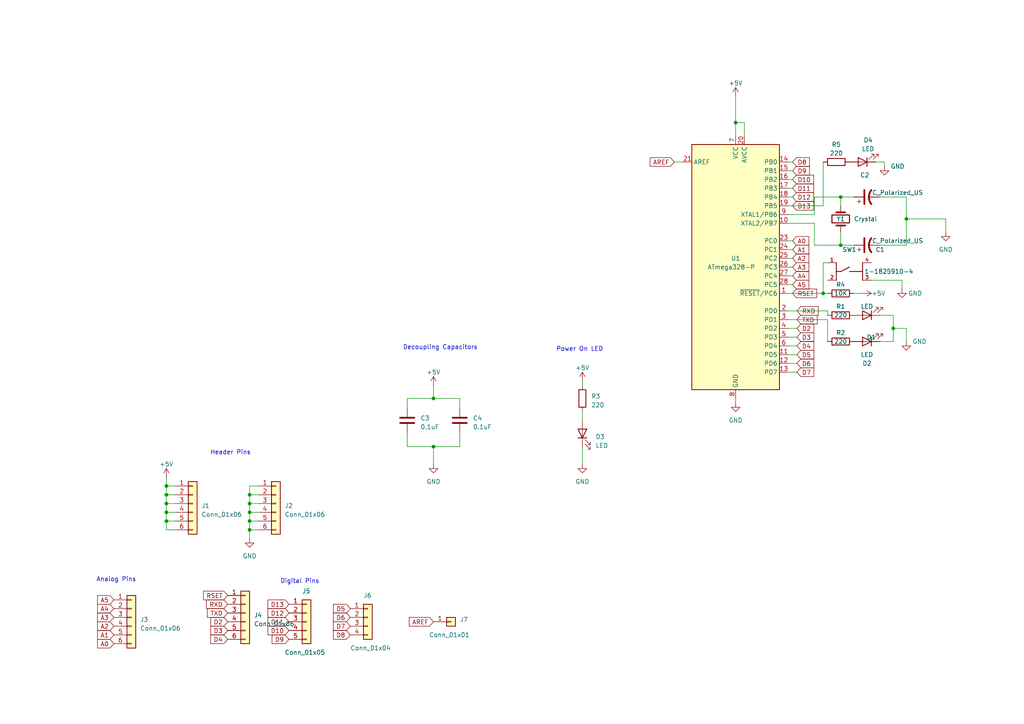
<source format=kicad_sch>
(kicad_sch (version 20230121) (generator eeschema)
  (paper "A4")
  (title_block (title "Atmega-328p-dev-board") (date "2023-04-27") (rev "V01") (comment 4 "Author - Sanket Shrishail Telunagi"))
  (lib_symbols
    (symbol "1-1825910-4:1-1825910-4" (pin_names (offset 1.016) hide)
      (property "Reference" "SW" (at -2.54 5.08 0))
      (property "Value" "1-1825910-4" (at -2.54 -5.08 0))
      (symbol "1-1825910-4_0_0"
        (polyline (pts (xy -2.54 0) (xy -2.54 -2.54)) (stroke (width 0.254)))
        (polyline (pts (xy -2.54 0) (xy -1.27 0)) (stroke (width 0.254)))
        (polyline (pts (xy -2.54 2.54) (xy -2.54 0)) (stroke (width 0.254)))
        (polyline (pts (xy -1.27 0) (xy 1.27 1.27)) (stroke (width 0.254)))
        (polyline (pts (xy 1.27 0) (xy 5.08 0)) (stroke (width 0.254)))
        (polyline (pts (xy 5.08 0) (xy 5.08 -2.54)) (stroke (width 0.254)))
        (polyline (pts (xy 5.08 2.54) (xy 5.08 0)) (stroke (width 0.254)))
        (pin passive line (at -5.08 2.54 0) (length 2.54) (name "~") (number "1"))
        (pin passive line (at -5.08 -2.54 0) (length 2.54) (name "~") (number "2"))
        (pin passive line (at 7.62 -2.54 180) (length 2.54) (name "~") (number "3"))
        (pin passive line (at 7.62 2.54 180) (length 2.54) (name "~") (number "4"))
      )
    )
    (symbol "Connector_Generic:Conn_01x01" (pin_names (offset 1.016) hide)
      (property "Reference" "J" (at 0 2.54 0))
      (property "Value" "Conn_01x01" (at 0 -2.54 0))
      (symbol "Conn_01x01_1_1"
        (rectangle (start -1.27 0.127) (end 0 -0.127) (stroke (width 0.1524)))
        (rectangle (start -1.27 1.27) (end 1.27 -1.27) (stroke (width 0.254)) (fill (type background)))
        (pin passive line (at -5.08 0 0) (length 3.81) (name "Pin_1") (number "1"))
      )
    )
    (symbol "Connector_Generic:Conn_01x04" (pin_names (offset 1.016) hide)
      (property "Reference" "J" (at 0 5.08 0))
      (property "Value" "Conn_01x04" (at 0 -7.62 0))
      (symbol "Conn_01x04_1_1"
        (rectangle (start -1.27 -4.953) (end 0 -5.207) (stroke (width 0.1524)))
        (rectangle (start -1.27 -2.413) (end 0 -2.667) (stroke (width 0.1524)))
        (rectangle (start -1.27 0.127) (end 0 -0.127) (stroke (width 0.1524)))
        (rectangle (start -1.27 2.667) (end 0 2.413) (stroke (width 0.1524)))
        (rectangle (start -1.27 3.81) (end 1.27 -6.35) (stroke (width 0.254)) (fill (type background)))
        (pin passive line (at -5.08 2.54 0) (length 3.81) (name "Pin_1") (number "1"))
        (pin passive line (at -5.08 0 0) (length 3.81) (name "Pin_2") (number "2"))
        (pin passive line (at -5.08 -2.54 0) (length 3.81) (name "Pin_3") (number "3"))
        (pin passive line (at -5.08 -5.08 0) (length 3.81) (name "Pin_4") (number "4"))
      )
    )
    (symbol "Connector_Generic:Conn_01x05" (pin_names (offset 1.016) hide)
      (property "Reference" "J" (at 0 7.62 0))
      (property "Value" "Conn_01x05" (at 0 -7.62 0))
      (symbol "Conn_01x05_1_1"
        (rectangle (start -1.27 -4.953) (end 0 -5.207) (stroke (width 0.1524)))
        (rectangle (start -1.27 -2.413) (end 0 -2.667) (stroke (width 0.1524)))
        (rectangle (start -1.27 0.127) (end 0 -0.127) (stroke (width 0.1524)))
        (rectangle (start -1.27 2.667) (end 0 2.413) (stroke (width 0.1524)))
        (rectangle (start -1.27 5.207) (end 0 4.953) (stroke (width 0.1524)))
        (rectangle (start -1.27 6.35) (end 1.27 -6.35) (stroke (width 0.254)) (fill (type background)))
        (pin passive line (at -5.08 5.08 0) (length 3.81) (name "Pin_1") (number "1"))
        (pin passive line (at -5.08 2.54 0) (length 3.81) (name "Pin_2") (number "2"))
        (pin passive line (at -5.08 0 0) (length 3.81) (name "Pin_3") (number "3"))
        (pin passive line (at -5.08 -2.54 0) (length 3.81) (name "Pin_4") (number "4"))
        (pin passive line (at -5.08 -5.08 0) (length 3.81) (name "Pin_5") (number "5"))
      )
    )
    (symbol "Connector_Generic:Conn_01x06" (pin_names (offset 1.016) hide)
      (property "Reference" "J" (at 0 7.62 0))
      (property "Value" "Conn_01x06" (at 0 -10.16 0))
      (symbol "Conn_01x06_1_1"
        (rectangle (start -1.27 -7.493) (end 0 -7.747) (stroke (width 0.1524)))
        (rectangle (start -1.27 -4.953) (end 0 -5.207) (stroke (width 0.1524)))
        (rectangle (start -1.27 -2.413) (end 0 -2.667) (stroke (width 0.1524)))
        (rectangle (start -1.27 0.127) (end 0 -0.127) (stroke (width 0.1524)))
        (rectangle (start -1.27 2.667) (end 0 2.413) (stroke (width 0.1524)))
        (rectangle (start -1.27 5.207) (end 0 4.953) (stroke (width 0.1524)))
        (rectangle (start -1.27 6.35) (end 1.27 -8.89) (stroke (width 0.254)) (fill (type background)))
        (pin passive line (at -5.08 5.08 0) (length 3.81) (name "Pin_1") (number "1"))
        (pin passive line (at -5.08 2.54 0) (length 3.81) (name "Pin_2") (number "2"))
        (pin passive line (at -5.08 0 0) (length 3.81) (name "Pin_3") (number "3"))
        (pin passive line (at -5.08 -2.54 0) (length 3.81) (name "Pin_4") (number "4"))
        (pin passive line (at -5.08 -5.08 0) (length 3.81) (name "Pin_5") (number "5"))
        (pin passive line (at -5.08 -7.62 0) (length 3.81) (name "Pin_6") (number "6"))
      )
    )
    (symbol "Device:C" (pin_numbers hide) (pin_names (offset 0.254))
      (property "Reference" "C" (at 0.635 2.54 0))
      (property "Value" "C" (at 0.635 -2.54 0))
      (symbol "C_0_1"
        (polyline (pts (xy -2.032 -0.762) (xy 2.032 -0.762)) (stroke (width 0.508)))
        (polyline (pts (xy -2.032 0.762) (xy 2.032 0.762)) (stroke (width 0.508)))
      )
      (symbol "C_1_1"
        (pin passive line (at 0 3.81 270) (length 2.794) (name "~") (number "1"))
        (pin passive line (at 0 -3.81 90) (length 2.794) (name "~") (number "2"))
      )
    )
    (symbol "Device:C_Polarized_US" (pin_numbers hide) (pin_names (offset 0.254) hide)
      (property "Reference" "C" (at 0.635 2.54 0))
      (property "Value" "C_Polarized_US" (at 0.635 -2.54 0))
      (symbol "C_Polarized_US_0_1"
        (polyline (pts (xy -2.032 0.762) (xy 2.032 0.762)) (stroke (width 0.508)))
        (polyline (pts (xy -1.778 2.286) (xy -0.762 2.286)))
        (polyline (pts (xy -1.27 1.778) (xy -1.27 2.794)))
        (arc (start 2.032 -1.27) (mid 0 -0.5572) (end -2.032 -1.27) (stroke (width 0.508)))
      )
      (symbol "C_Polarized_US_1_1"
        (pin passive line (at 0 3.81 270) (length 2.794) (name "~") (number "1"))
        (pin passive line (at 0 -3.81 90) (length 3.302) (name "~") (number "2"))
      )
    )
    (symbol "Device:Crystal" (pin_numbers hide) (pin_names (offset 1.016) hide)
      (property "Reference" "Y" (at 0 3.81 0))
      (property "Value" "Crystal" (at 0 -3.81 0))
      (symbol "Crystal_0_1"
        (rectangle (start -1.143 2.54) (end 1.143 -2.54) (stroke (width 0.3048)))
        (polyline (pts (xy -2.54 0) (xy -1.905 0)))
        (polyline (pts (xy -1.905 -1.27) (xy -1.905 1.27)) (stroke (width 0.508)))
        (polyline (pts (xy 1.905 -1.27) (xy 1.905 1.27)) (stroke (width 0.508)))
        (polyline (pts (xy 2.54 0) (xy 1.905 0)))
      )
      (symbol "Crystal_1_1"
        (pin passive line (at -3.81 0 0) (length 1.27) (name "1") (number "1"))
        (pin passive line (at 3.81 0 180) (length 1.27) (name "2") (number "2"))
      )
    )
    (symbol "Device:LED" (pin_numbers hide) (pin_names (offset 1.016) hide)
      (property "Reference" "D" (at 0 2.54 0))
      (property "Value" "LED" (at 0 -2.54 0))
      (symbol "LED_0_1"
        (polyline (pts (xy -1.27 -1.27) (xy -1.27 1.27)) (stroke (width 0.254)))
        (polyline (pts (xy -1.27 0) (xy 1.27 0)))
        (polyline (pts (xy 1.27 -1.27) (xy 1.27 1.27) (xy -1.27 0) (xy 1.27 -1.27)) (stroke (width 0.254)))
        (polyline (pts (xy -3.048 -0.762) (xy -4.572 -2.286) (xy -3.81 -2.286) (xy -4.572 -2.286) (xy -4.572 -1.524)))
        (polyline (pts (xy -1.778 -0.762) (xy -3.302 -2.286) (xy -2.54 -2.286) (xy -3.302 -2.286) (xy -3.302 -1.524)))
      )
      (symbol "LED_1_1"
        (pin passive line (at -3.81 0 0) (length 2.54) (name "K") (number "1"))
        (pin passive line (at 3.81 0 180) (length 2.54) (name "A") (number "2"))
      )
    )
    (symbol "Device:R" (pin_numbers hide) (pin_names (offset 0))
      (property "Reference" "R" (at 2.032 0 90))
      (property "Value" "R" (at 0 0 90))
      (symbol "R_0_1"
        (rectangle (start -1.016 -2.54) (end 1.016 2.54) (stroke (width 0.254)))
      )
      (symbol "R_1_1"
        (pin passive line (at 0 3.81 270) (length 1.27) (name "~") (number "1"))
        (pin passive line (at 0 -3.81 90) (length 1.27) (name "~") (number "2"))
      )
    )
    (symbol "MCU_Microchip_ATmega:ATmega328-P"
      (property "Reference" "U" (at -12.7 36.83 0))
      (property "Value" "ATmega328-P" (at 2.54 -36.83 0))
      (symbol "ATmega328-P_0_1"
        (rectangle (start -12.7 -35.56) (end 12.7 35.56) (stroke (width 0.254)) (fill (type background)))
      )
      (symbol "ATmega328-P_1_1"
        (pin bidirectional line (at 15.24 -7.62 180) (length 2.54) (name "~{RESET}/PC6") (number "1"))
        (pin bidirectional line (at 15.24 12.7 180) (length 2.54) (name "XTAL2/PB7") (number "10"))
        (pin bidirectional line (at 15.24 -25.4 180) (length 2.54) (name "PD5") (number "11"))
        (pin bidirectional line (at 15.24 -27.94 180) (length 2.54) (name "PD6") (number "12"))
        (pin bidirectional line (at 15.24 -30.48 180) (length 2.54) (name "PD7") (number "13"))
        (pin bidirectional line (at 15.24 30.48 180) (length 2.54) (name "PB0") (number "14"))
        (pin bidirectional line (at 15.24 27.94 180) (length 2.54) (name "PB1") (number "15"))
        (pin bidirectional line (at 15.24 25.4 180) (length 2.54) (name "PB2") (number "16"))
        (pin bidirectional line (at 15.24 22.86 180) (length 2.54) (name "PB3") (number "17"))
        (pin bidirectional line (at 15.24 20.32 180) (length 2.54) (name "PB4") (number "18"))
        (pin bidirectional line (at 15.24 17.78 180) (length 2.54) (name "PB5") (number "19"))
        (pin bidirectional line (at 15.24 -12.7 180) (length 2.54) (name "PD0") (number "2"))
        (pin power_in line (at 2.54 38.1 270) (length 2.54) (name "AVCC") (number "20"))
        (pin passive line (at -15.24 30.48 0) (length 2.54) (name "AREF") (number "21"))
        (pin passive line (at 0 -38.1 90) (length 2.54) hide (name "GND") (number "22"))
        (pin bidirectional line (at 15.24 7.62 180) (length 2.54) (name "PC0") (number "23"))
        (pin bidirectional line (at 15.24 5.08 180) (length 2.54) (name "PC1") (number "24"))
        (pin bidirectional line (at 15.24 2.54 180) (length 2.54) (name "PC2") (number "25"))
        (pin bidirectional line (at 15.24 0 180) (length 2.54) (name "PC3") (number "26"))
        (pin bidirectional line (at 15.24 -2.54 180) (length 2.54) (name "PC4") (number "27"))
        (pin bidirectional line (at 15.24 -5.08 180) (length 2.54) (name "PC5") (number "28"))
        (pin bidirectional line (at 15.24 -15.24 180) (length 2.54) (name "PD1") (number "3"))
        (pin bidirectional line (at 15.24 -17.78 180) (length 2.54) (name "PD2") (number "4"))
        (pin bidirectional line (at 15.24 -20.32 180) (length 2.54) (name "PD3") (number "5"))
        (pin bidirectional line (at 15.24 -22.86 180) (length 2.54) (name "PD4") (number "6"))
        (pin power_in line (at 0 38.1 270) (length 2.54) (name "VCC") (number "7"))
        (pin power_in line (at 0 -38.1 90) (length 2.54) (name "GND") (number "8"))
        (pin bidirectional line (at 15.24 15.24 180) (length 2.54) (name "XTAL1/PB6") (number "9"))
      )
    )
    (symbol "power:+5V" (power) (pin_names (offset 0))
      (property "Value" "+5V" (at 0 3.556 0))
      (symbol "+5V_0_1"
        (polyline (pts (xy -0.762 1.27) (xy 0 2.54)))
        (polyline (pts (xy 0 0) (xy 0 2.54)))
        (polyline (pts (xy 0 2.54) (xy 0.762 1.27)))
      )
      (symbol "+5V_1_1"
        (pin power_in line (at 0 0 90) (length 0) hide (name "+5V") (number "1"))
      )
    )
    (symbol "power:GND" (power) (pin_names (offset 0))
      (property "Value" "GND" (at 0 -3.81 0))
      (symbol "GND_0_1"
        (polyline (pts (xy 0 0) (xy 0 -1.27) (xy 1.27 -1.27) (xy 0 -2.54) (xy -1.27 -1.27) (xy 0 -1.27)))
      )
      (symbol "GND_1_1"
        (pin power_in line (at 0 0 270) (length 0) hide (name "GND") (number "1"))
      )
    )
  )
  (junction (at 259.08 95.25))
  (junction (at 72.39 148.59))
  (junction (at 243.84 71.12))
  (junction (at 48.26 146.05))
  (junction (at 262.89 63.5))
  (junction (at 213.36 35.56))
  (junction (at 48.26 148.59))
  (junction (at 125.73 129.54))
  (junction (at 125.73 115.57))
  (junction (at 72.39 153.67))
  (junction (at 72.39 146.05))
  (junction (at 243.84 57.15))
  (junction (at 72.39 143.51))
  (junction (at 48.26 143.51))
  (junction (at 72.39 151.13))
  (junction (at 238.76 85.09))
  (junction (at 48.26 140.97))
  (junction (at 48.26 151.13))
  (wire (pts (xy 50.8 148.59) (xy 48.26 148.59)))
  (wire (pts (xy 259.08 99.06) (xy 259.08 95.25)))
  (wire (pts (xy 50.8 140.97) (xy 48.26 140.97)))
  (wire (pts (xy 48.26 138.43) (xy 48.26 140.97)))
  (wire (pts (xy 252.73 81.28) (xy 261.62 81.28)))
  (wire (pts (xy 250.19 85.09) (xy 247.65 85.09)))
  (wire (pts (xy 243.84 59.69) (xy 243.84 57.15)))
  (wire (pts (xy 168.91 110.49) (xy 168.91 111.76)))
  (wire (pts (xy 50.8 153.67) (xy 48.26 153.67)))
  (wire (pts (xy 238.76 76.2) (xy 238.76 85.09)))
  (wire (pts (xy 256.54 48.26) (xy 256.54 46.99)))
  (wire (pts (xy 238.76 85.09) (xy 240.03 85.09)))
  (wire (pts (xy 256.54 46.99) (xy 254 46.99)))
  (wire (pts (xy 255.27 57.15) (xy 262.89 57.15)))
  (wire (pts (xy 48.26 148.59) (xy 48.26 146.05)))
  (wire (pts (xy 228.6 59.69) (xy 238.76 59.69)))
  (wire (pts (xy 215.9 39.37) (xy 215.9 35.56)))
  (wire (pts (xy 48.26 151.13) (xy 48.26 148.59)))
  (wire (pts (xy 74.93 151.13) (xy 72.39 151.13)))
  (wire (pts (xy 259.08 95.25) (xy 262.89 95.25)))
  (wire (pts (xy 125.73 111.76) (xy 125.73 115.57)))
  (wire (pts (xy 118.11 115.57) (xy 118.11 118.11)))
  (wire (pts (xy 236.22 62.23) (xy 228.6 62.23)))
  (wire (pts (xy 72.39 146.05) (xy 72.39 143.51)))
  (wire (pts (xy 228.6 92.71) (xy 240.03 92.71)))
  (wire (pts (xy 228.6 90.17) (xy 240.03 90.17)))
  (wire (pts (xy 125.73 115.57) (xy 118.11 115.57)))
  (wire (pts (xy 213.36 115.57) (xy 213.36 116.84)))
  (wire (pts (xy 236.22 57.15) (xy 236.22 62.23)))
  (wire (pts (xy 48.26 140.97) (xy 48.26 143.51)))
  (wire (pts (xy 228.6 74.93) (xy 229.87 74.93)))
  (wire (pts (xy 133.35 118.11) (xy 133.35 115.57)))
  (wire (pts (xy 72.39 143.51) (xy 74.93 143.51)))
  (wire (pts (xy 228.6 82.55) (xy 229.87 82.55)))
  (wire (pts (xy 243.84 71.12) (xy 247.65 71.12)))
  (wire (pts (xy 215.9 35.56) (xy 213.36 35.56)))
  (wire (pts (xy 261.62 83.82) (xy 261.62 81.28)))
  (wire (pts (xy 243.84 71.12) (xy 236.22 71.12)))
  (wire (pts (xy 236.22 64.77) (xy 228.6 64.77)))
  (wire (pts (xy 240.03 99.06) (xy 240.03 92.71)))
  (wire (pts (xy 228.6 69.85) (xy 229.87 69.85)))
  (wire (pts (xy 259.08 95.25) (xy 259.08 91.44)))
  (wire (pts (xy 48.26 146.05) (xy 48.26 143.51)))
  (wire (pts (xy 50.8 146.05) (xy 48.26 146.05)))
  (wire (pts (xy 274.32 67.31) (xy 274.32 63.5)))
  (wire (pts (xy 243.84 57.15) (xy 247.65 57.15)))
  (wire (pts (xy 118.11 125.73) (xy 118.11 129.54)))
  (wire (pts (xy 240.03 90.17) (xy 240.03 91.44)))
  (wire (pts (xy 72.39 151.13) (xy 72.39 148.59)))
  (wire (pts (xy 228.6 72.39) (xy 229.87 72.39)))
  (wire (pts (xy 255.27 99.06) (xy 259.08 99.06)))
  (wire (pts (xy 133.35 115.57) (xy 125.73 115.57)))
  (wire (pts (xy 228.6 77.47) (xy 229.87 77.47)))
  (wire (pts (xy 74.93 140.97) (xy 72.39 140.97)))
  (wire (pts (xy 48.26 143.51) (xy 50.8 143.51)))
  (wire (pts (xy 125.73 134.62) (xy 125.73 129.54)))
  (wire (pts (xy 72.39 140.97) (xy 72.39 143.51)))
  (wire (pts (xy 228.6 52.07) (xy 229.87 52.07)))
  (wire (pts (xy 228.6 100.33) (xy 231.14 100.33)))
  (wire (pts (xy 228.6 49.53) (xy 229.87 49.53)))
  (wire (pts (xy 228.6 80.01) (xy 229.87 80.01)))
  (wire (pts (xy 228.6 95.25) (xy 231.14 95.25)))
  (wire (pts (xy 118.11 129.54) (xy 125.73 129.54)))
  (wire (pts (xy 228.6 107.95) (xy 231.14 107.95)))
  (wire (pts (xy 243.84 57.15) (xy 236.22 57.15)))
  (wire (pts (xy 240.03 76.2) (xy 238.76 76.2)))
  (wire (pts (xy 274.32 63.5) (xy 262.89 63.5)))
  (wire (pts (xy 72.39 153.67) (xy 72.39 151.13)))
  (wire (pts (xy 74.93 146.05) (xy 72.39 146.05)))
  (wire (pts (xy 255.27 71.12) (xy 262.89 71.12)))
  (wire (pts (xy 125.73 129.54) (xy 133.35 129.54)))
  (wire (pts (xy 72.39 156.21) (xy 72.39 153.67)))
  (wire (pts (xy 228.6 46.99) (xy 229.87 46.99)))
  (wire (pts (xy 228.6 102.87) (xy 231.14 102.87)))
  (wire (pts (xy 195.58 46.99) (xy 198.12 46.99)))
  (wire (pts (xy 262.89 95.25) (xy 262.89 99.06)))
  (wire (pts (xy 50.8 151.13) (xy 48.26 151.13)))
  (wire (pts (xy 238.76 46.99) (xy 238.76 59.69)))
  (wire (pts (xy 228.6 97.79) (xy 231.14 97.79)))
  (wire (pts (xy 168.91 129.54) (xy 168.91 134.62)))
  (wire (pts (xy 262.89 57.15) (xy 262.89 63.5)))
  (wire (pts (xy 236.22 71.12) (xy 236.22 64.77)))
  (wire (pts (xy 74.93 148.59) (xy 72.39 148.59)))
  (wire (pts (xy 213.36 35.56) (xy 213.36 39.37)))
  (wire (pts (xy 133.35 129.54) (xy 133.35 125.73)))
  (wire (pts (xy 213.36 27.94) (xy 213.36 35.56)))
  (wire (pts (xy 72.39 148.59) (xy 72.39 146.05)))
  (wire (pts (xy 255.27 91.44) (xy 259.08 91.44)))
  (wire (pts (xy 168.91 119.38) (xy 168.91 121.92)))
  (wire (pts (xy 228.6 54.61) (xy 229.87 54.61)))
  (wire (pts (xy 262.89 63.5) (xy 262.89 71.12)))
  (wire (pts (xy 74.93 153.67) (xy 72.39 153.67)))
  (wire (pts (xy 48.26 153.67) (xy 48.26 151.13)))
  (wire (pts (xy 228.6 57.15) (xy 229.87 57.15)))
  (wire (pts (xy 228.6 105.41) (xy 231.14 105.41)))
  (wire (pts (xy 243.84 67.31) (xy 243.84 71.12)))
  (wire (pts (xy 228.6 85.09) (xy 238.76 85.09)))
  (text "Analog Pins " (at 27.94 168.91 0) (effects (font (size 1.27 1.27)) (justify left bottom)))
  (text "Decoupling Capacitors \n" (at 116.84 101.6 0) (effects (font (size 1.27 1.27)) (justify left bottom)))
  (text "Power On LED\n\n" (at 161.29 104.14 0) (effects (font (size 1.27 1.27)) (justify left bottom)))
  (text "Header Pins" (at 60.96 132.08 0) (effects (font (size 1.27 1.27)) (justify left bottom)))
  (text "Digital Pins\n	\n" (at 81.28 171.45 0) (effects (font (size 1.27 1.27)) (justify left bottom)))
  (global_label "AREF" (shape input) (at 195.58 46.99 180) (property "Intersheetrefs" "${INTERSHEET_REFS}" (effects hide)))
  (global_label "A3" (shape input) (at 229.87 77.47 0) (property "Intersheetrefs" "${INTERSHEET_REFS}" (effects hide)))
  (global_label "D11" (shape input) (at 83.82 180.34 180) (property "Intersheetrefs" "${INTERSHEET_REFS}" (effects hide)))
  (global_label "A1" (shape input) (at 229.87 72.39 0) (property "Intersheetrefs" "${INTERSHEET_REFS}" (effects hide)))
  (global_label "D6" (shape input) (at 101.6 179.07 180) (property "Intersheetrefs" "${INTERSHEET_REFS}" (effects hide)))
  (global_label "RXD" (shape input) (at 66.04 175.26 180) (property "Intersheetrefs" "${INTERSHEET_REFS}" (effects hide)))
  (global_label "D5" (shape input) (at 101.6 176.53 180) (property "Intersheetrefs" "${INTERSHEET_REFS}" (effects hide)))
  (global_label "D4" (shape input) (at 66.04 185.42 180) (property "Intersheetrefs" "${INTERSHEET_REFS}" (effects hide)))
  (global_label "RSET" (shape input) (at 66.04 172.72 180) (property "Intersheetrefs" "${INTERSHEET_REFS}" (effects hide)))
  (global_label "A2" (shape input) (at 33.02 181.61 180) (property "Intersheetrefs" "${INTERSHEET_REFS}" (effects hide)))
  (global_label "A2" (shape input) (at 229.87 74.93 0) (property "Intersheetrefs" "${INTERSHEET_REFS}" (effects hide)))
  (global_label "D10" (shape input) (at 229.87 52.07 0) (property "Intersheetrefs" "${INTERSHEET_REFS}" (effects hide)))
  (global_label "D13" (shape input) (at 83.82 175.26 180) (property "Intersheetrefs" "${INTERSHEET_REFS}" (effects hide)))
  (global_label "D8" (shape input) (at 101.6 184.15 180) (property "Intersheetrefs" "${INTERSHEET_REFS}" (effects hide)))
  (global_label "RXD" (shape input) (at 231.14 90.17 0) (property "Intersheetrefs" "${INTERSHEET_REFS}" (effects hide)))
  (global_label "D12" (shape input) (at 83.82 177.8 180) (property "Intersheetrefs" "${INTERSHEET_REFS}" (effects hide)))
  (global_label "D9" (shape input) (at 83.82 185.42 180) (property "Intersheetrefs" "${INTERSHEET_REFS}" (effects hide)))
  (global_label "D2" (shape input) (at 66.04 180.34 180) (property "Intersheetrefs" "${INTERSHEET_REFS}" (effects hide)))
  (global_label "D9" (shape input) (at 229.87 49.53 0) (property "Intersheetrefs" "${INTERSHEET_REFS}" (effects hide)))
  (global_label "A1" (shape input) (at 33.02 184.15 180) (property "Intersheetrefs" "${INTERSHEET_REFS}" (effects hide)))
  (global_label "RSET" (shape input) (at 229.87 85.09 0) (property "Intersheetrefs" "${INTERSHEET_REFS}" (effects hide)))
  (global_label "D11" (shape input) (at 229.87 54.61 0) (property "Intersheetrefs" "${INTERSHEET_REFS}" (effects hide)))
  (global_label "D6" (shape input) (at 231.14 105.41 0) (property "Intersheetrefs" "${INTERSHEET_REFS}" (effects hide)))
  (global_label "AREF" (shape input) (at 125.73 180.34 180) (property "Intersheetrefs" "${INTERSHEET_REFS}" (effects hide)))
  (global_label "A5" (shape input) (at 229.87 82.55 0) (property "Intersheetrefs" "${INTERSHEET_REFS}" (effects hide)))
  (global_label "D8" (shape input) (at 229.87 46.99 0) (property "Intersheetrefs" "${INTERSHEET_REFS}" (effects hide)))
  (global_label "D2" (shape input) (at 231.14 95.25 0) (property "Intersheetrefs" "${INTERSHEET_REFS}" (effects hide)))
  (global_label "TXD" (shape input) (at 231.14 92.71 0) (property "Intersheetrefs" "${INTERSHEET_REFS}" (effects hide)))
  (global_label "D7" (shape input) (at 101.6 181.61 180) (property "Intersheetrefs" "${INTERSHEET_REFS}" (effects hide)))
  (global_label "D13" (shape input) (at 229.87 59.69 0) (property "Intersheetrefs" "${INTERSHEET_REFS}" (effects hide)))
  (global_label "D3" (shape input) (at 66.04 182.88 180) (property "Intersheetrefs" "${INTERSHEET_REFS}" (effects hide)))
  (global_label "D12" (shape input) (at 229.87 57.15 0) (property "Intersheetrefs" "${INTERSHEET_REFS}" (effects hide)))
  (global_label "TXD" (shape input) (at 66.04 177.8 180) (property "Intersheetrefs" "${INTERSHEET_REFS}" (effects hide)))
  (global_label "A4" (shape input) (at 229.87 80.01 0) (property "Intersheetrefs" "${INTERSHEET_REFS}" (effects hide)))
  (global_label "A5" (shape input) (at 33.02 173.99 180) (property "Intersheetrefs" "${INTERSHEET_REFS}" (effects hide)))
  (global_label "D7" (shape input) (at 231.14 107.95 0) (property "Intersheetrefs" "${INTERSHEET_REFS}" (effects hide)))
  (global_label "A3" (shape input) (at 33.02 179.07 180) (property "Intersheetrefs" "${INTERSHEET_REFS}" (effects hide)))
  (global_label "D5" (shape input) (at 231.14 102.87 0) (property "Intersheetrefs" "${INTERSHEET_REFS}" (effects hide)))
  (global_label "D10" (shape input) (at 83.82 182.88 180) (property "Intersheetrefs" "${INTERSHEET_REFS}" (effects hide)))
  (global_label "A0" (shape input) (at 229.87 69.85 0) (property "Intersheetrefs" "${INTERSHEET_REFS}" (effects hide)))
  (global_label "A4" (shape input) (at 33.02 176.53 180) (property "Intersheetrefs" "${INTERSHEET_REFS}" (effects hide)))
  (global_label "D3" (shape input) (at 231.14 97.79 0) (property "Intersheetrefs" "${INTERSHEET_REFS}" (effects hide)))
  (global_label "A0" (shape input) (at 33.02 186.69 180) (property "Intersheetrefs" "${INTERSHEET_REFS}" (effects hide)))
  (global_label "D4" (shape input) (at 231.14 100.33 0) (property "Intersheetrefs" "${INTERSHEET_REFS}" (effects hide)))
  (symbol (lib_id "Connector_Generic:Conn_01x06") (at 71.12 177.8 0) (unit 1)
    (property "Reference" "J4" (at 73.66 178.435 0) (effects (justify left)))
    (property "Value" "Conn_01x06" (at 73.66 180.975 0) (effects (justify left)))
    (property "Footprint" "Connector_PinHeader_2.54mm:PinHeader_1x06_P2.54mm_Vertical" (effects hide))
  )
  (symbol (lib_id "power:+5V") (at 250.19 85.09 270) (unit 1)
    (property "Reference" "#PWR09" (effects hide))
    (property "Value" "+5V" (at 252.73 85.09 90) (effects (justify left)))
  )
  (symbol (lib_id "Connector_Generic:Conn_01x04") (at 106.68 179.07 0) (unit 1)
    (property "Reference" "J6" (at 105.41 172.72 0) (effects (justify left)))
    (property "Value" "Conn_01x04" (at 101.6 187.96 0) (effects (justify left)))
    (property "Footprint" "Resistor_THT:R_Axial_DIN0614_L14.3mm_D5.7mm_P15.24mm_Horizontal" (effects hide))
  )
  (symbol (lib_id "Device:R") (at 243.84 91.44 270) (unit 1)
    (property "Reference" "R1" (at 243.84 88.9 90))
    (property "Value" "220" (at 243.84 91.44 90))
    (property "Footprint" "Resistor_THT:R_Axial_DIN0207_L6.3mm_D2.5mm_P7.62mm_Horizontal" (effects hide))
  )
  (symbol (lib_id "power:GND") (at 256.54 48.26 0) (unit 1)
    (property "Reference" "#PWR013" (effects hide))
    (property "Value" "GND" (at 260.35 48.26 0))
  )
  (symbol (lib_id "power:GND") (at 213.36 116.84 0) (unit 1)
    (property "Reference" "#PWR03" (effects hide))
    (property "Value" "GND" (at 213.36 121.92 0))
  )
  (symbol (lib_id "Device:R") (at 242.57 46.99 270) (unit 1)
    (property "Reference" "R5" (at 242.57 41.91 90))
    (property "Value" "220" (at 242.57 44.45 90))
    (property "Footprint" "Resistor_THT:R_Axial_DIN0207_L6.3mm_D2.5mm_P7.62mm_Horizontal" (effects hide))
  )
  (symbol (lib_id "power:GND") (at 72.39 156.21 0) (unit 1)
    (property "Reference" "#PWR012" (effects hide))
    (property "Value" "GND" (at 72.39 161.29 0))
  )
  (symbol (lib_id "power:+5V") (at 125.73 111.76 0) (unit 1)
    (property "Reference" "#PWR07" (effects hide))
    (property "Value" "+5V" (at 125.73 107.95 0))
  )
  (symbol (lib_id "Device:C") (at 118.11 121.92 0) (unit 1)
    (property "Reference" "C3" (at 121.92 121.285 0) (effects (justify left)))
    (property "Value" "0.1uF" (at 121.92 123.825 0) (effects (justify left)))
    (property "Footprint" "Capacitor_THT:C_Radial_D10.0mm_H12.5mm_P5.00mm" (effects hide))
  )
  (symbol (lib_id "Device:C") (at 133.35 121.92 0) (unit 1)
    (property "Reference" "C4" (at 137.16 121.285 0) (effects (justify left)))
    (property "Value" "0.1uF" (at 137.16 123.825 0) (effects (justify left)))
    (property "Footprint" "Capacitor_THT:C_Radial_D10.0mm_H12.5mm_P5.00mm" (effects hide))
  )
  (symbol (lib_id "1-1825910-4:1-1825910-4") (at 245.11 78.74 0) (unit 1)
    (property "Reference" "SW1" (at 246.38 72.39 0))
    (property "Value" "1-1825910-4" (at 257.81 78.74 0))
    (property "Footprint" "Libraries:TE_1-1825910-4" (effects hide))
    (property "STANDARD" "MANUFACTURER RECOMMENDATION" (effects hide))
    (property "PARTREV" "C10" (effects hide))
    (property "MANUFACTURER" "TE CONNECTIVITY" (effects hide))
  )
  (symbol (lib_id "Device:LED") (at 168.91 125.73 90) (unit 1)
    (property "Reference" "D3" (at 172.72 126.6825 90) (effects (justify right)))
    (property "Value" "LED" (at 172.72 129.2225 90) (effects (justify right)))
    (property "Footprint" "LED_THT:LED_D5.0mm" (effects hide))
  )
  (symbol (lib_id "power:+5V") (at 48.26 138.43 0) (unit 1)
    (property "Reference" "#PWR011" (effects hide))
    (property "Value" "+5V" (at 48.26 134.62 0))
  )
  (symbol (lib_id "Device:Crystal") (at 243.84 63.5 270) (unit 1)
    (property "Reference" "Y1" (at 242.57 63.5 90) (effects (justify left)))
    (property "Value" "Crystal" (at 247.65 63.5 90) (effects (justify left)))
    (property "Footprint" "Crystal:Crystal_HC49-U_Vertical" (effects hide))
  )
  (symbol (lib_id "power:GND") (at 168.91 134.62 0) (unit 1)
    (property "Reference" "#PWR06" (effects hide))
    (property "Value" "GND" (at 168.91 139.7 0))
  )
  (symbol (lib_id "Connector_Generic:Conn_01x06") (at 38.1 179.07 0) (unit 1)
    (property "Reference" "J3" (at 40.64 179.705 0) (effects (justify left)))
    (property "Value" "Conn_01x06" (at 40.64 182.245 0) (effects (justify left)))
    (property "Footprint" "Connector_PinHeader_2.54mm:PinHeader_1x06_P2.54mm_Vertical" (effects hide))
  )
  (symbol (lib_id "Connector_Generic:Conn_01x01") (at 130.81 180.34 0) (unit 1)
    (property "Reference" "J7" (at 133.35 179.705 0) (effects (justify left)))
    (property "Value" "Conn_01x01" (at 124.46 184.15 0) (effects (justify left)))
    (property "Footprint" "Connector_PinSocket_2.54mm:PinSocket_1x01_P2.54mm_Vertical" (effects hide))
  )
  (symbol (lib_id "Connector_Generic:Conn_01x06") (at 80.01 146.05 0) (unit 1)
    (property "Reference" "J2" (at 82.55 146.685 0) (effects (justify left)))
    (property "Value" "Conn_01x06" (at 82.55 149.225 0) (effects (justify left)))
    (property "Footprint" "Connector_PinHeader_2.54mm:PinHeader_1x06_P2.54mm_Vertical" (effects hide))
  )
  (symbol (lib_id "Device:LED") (at 250.19 46.99 180) (unit 1)
    (property "Reference" "D4" (at 251.7775 40.64 0))
    (property "Value" "LED" (at 251.7775 43.18 0))
    (property "Footprint" "LED_THT:LED_D5.0mm" (effects hide))
  )
  (symbol (lib_id "power:GND") (at 262.89 99.06 0) (unit 1)
    (property "Reference" "#PWR04" (effects hide))
    (property "Value" "GND" (at 266.7 99.06 0))
  )
  (symbol (lib_id "power:GND") (at 125.73 134.62 0) (unit 1)
    (property "Reference" "#PWR08" (effects hide))
    (property "Value" "GND" (at 125.73 139.7 0))
  )
  (symbol (lib_id "MCU_Microchip_ATmega:ATmega328-P") (at 213.36 77.47 0) (unit 1)
    (property "Reference" "U1" (at 213.36 74.93 0))
    (property "Value" "ATmega328-P" (at 212.09 77.47 0))
    (property "Footprint" "Package_DIP:DIP-28_W7.62mm" (effects hide))
    (property "Datasheet" "http://ww1.microchip.com/downloads/en/DeviceDoc/ATmega328_P%20AVR%20MCU%20with%20picoPower%20Technology%20Data%20Sheet%2040001984A.pdf" (effects hide))
  )
  (symbol (lib_id "Connector_Generic:Conn_01x05") (at 88.9 180.34 0) (unit 1)
    (property "Reference" "J5" (at 87.63 171.45 0) (effects (justify left)))
    (property "Value" "Conn_01x05" (at 82.55 189.23 0) (effects (justify left)))
    (property "Footprint" "Connector_PinHeader_2.54mm:PinHeader_1x05_P2.54mm_Vertical" (effects hide))
  )
  (symbol (lib_id "Device:R") (at 243.84 85.09 90) (unit 1)
    (property "Reference" "R4" (at 243.84 82.55 90))
    (property "Value" "10K" (at 243.84 85.09 90))
    (property "Footprint" "Resistor_THT:R_Axial_DIN0207_L6.3mm_D2.5mm_P7.62mm_Horizontal" (effects hide))
  )
  (symbol (lib_id "Device:LED") (at 251.46 91.44 180) (unit 1)
    (property "Reference" "D1" (at 252.73 97.79 0))
    (property "Value" "LED" (at 251.46 88.9 0))
    (property "Footprint" "LED_THT:LED_D5.0mm" (effects hide))
  )
  (symbol (lib_id "Device:LED") (at 251.46 99.06 180) (unit 1)
    (property "Reference" "D2" (at 251.46 105.41 0))
    (property "Value" "LED" (at 251.46 102.87 0))
    (property "Footprint" "LED_THT:LED_D5.0mm" (effects hide))
  )
  (symbol (lib_id "Device:C_Polarized_US") (at 251.46 71.12 90) (unit 1)
    (property "Reference" "C1" (at 255.27 72.39 90))
    (property "Value" "C_Polarized_US" (at 260.35 69.85 90))
    (property "Footprint" "Capacitor_THT:CP_Radial_Tantal_D4.5mm_P5.00mm" (effects hide))
  )
  (symbol (lib_id "power:+5V") (at 168.91 110.49 0) (unit 1)
    (property "Reference" "#PWR05" (effects hide))
    (property "Value" "+5V" (at 168.91 106.68 0))
  )
  (symbol (lib_id "power:+5V") (at 213.36 27.94 0) (unit 1)
    (property "Reference" "#PWR01" (effects hide))
    (property "Value" "+5V" (at 213.36 24.13 0))
  )
  (symbol (lib_id "Device:R") (at 243.84 99.06 270) (unit 1)
    (property "Reference" "R2" (at 243.84 96.52 90))
    (property "Value" "220" (at 243.84 99.06 90))
    (property "Footprint" "Resistor_THT:R_Axial_DIN0207_L6.3mm_D2.5mm_P7.62mm_Horizontal" (effects hide))
  )
  (symbol (lib_id "Device:C_Polarized_US") (at 251.46 57.15 90) (unit 1)
    (property "Reference" "C2" (at 250.825 50.8 90))
    (property "Value" "C_Polarized_US" (at 260.35 55.88 90))
    (property "Footprint" "Capacitor_THT:CP_Radial_Tantal_D4.5mm_P5.00mm" (effects hide))
  )
  (symbol (lib_id "Device:R") (at 168.91 115.57 0) (unit 1)
    (property "Reference" "R3" (at 171.45 114.935 0) (effects (justify left)))
    (property "Value" "220" (at 171.45 117.475 0) (effects (justify left)))
    (property "Footprint" "Resistor_THT:R_Axial_DIN0207_L6.3mm_D2.5mm_P7.62mm_Horizontal" (effects hide))
  )
  (symbol (lib_id "power:GND") (at 274.32 67.31 0) (unit 1)
    (property "Reference" "#PWR02" (effects hide))
    (property "Value" "GND" (at 274.32 72.39 0))
  )
  (symbol (lib_id "Connector_Generic:Conn_01x06") (at 55.88 146.05 0) (unit 1)
    (property "Reference" "J1" (at 58.42 146.685 0) (effects (justify left)))
    (property "Value" "Conn_01x06" (at 58.42 149.225 0) (effects (justify left)))
    (property "Footprint" "Connector_PinHeader_2.54mm:PinHeader_1x06_P2.54mm_Vertical" (effects hide))
  )
  (symbol (lib_id "power:GND") (at 261.62 83.82 0) (unit 1)
    (property "Reference" "#PWR010" (effects hide))
    (property "Value" "GND" (at 265.43 85.09 0))
  )
)
</source>
